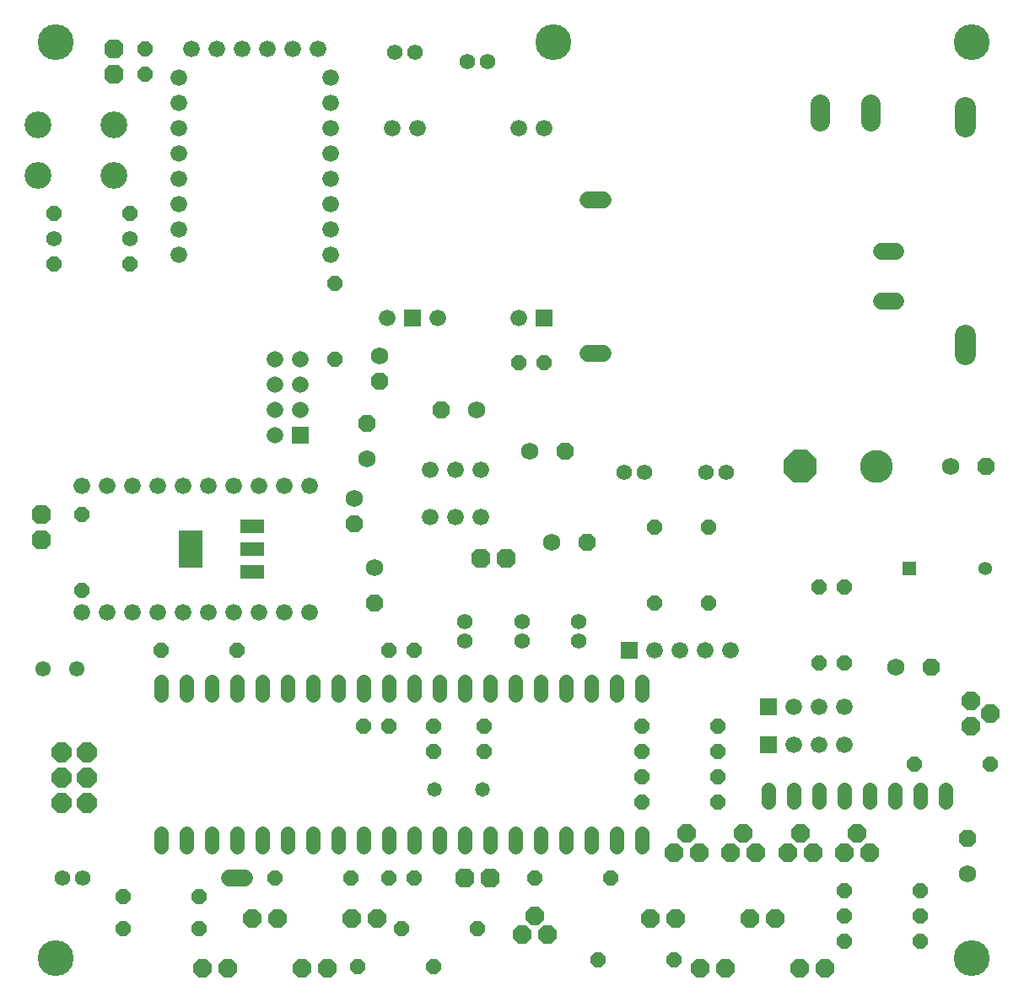
<source format=gbr>
G04 EAGLE Gerber RS-274X export*
G75*
%MOMM*%
%FSLAX34Y34*%
%LPD*%
%INSoldermask Top*%
%IPPOS*%
%AMOC8*
5,1,8,0,0,1.08239X$1,22.5*%
G01*
%ADD10C,3.600000*%
%ADD11C,3.552400*%
%ADD12C,1.660400*%
%ADD13P,2.199416X8X112.500000*%
%ADD14C,1.473200*%
%ADD15P,1.594577X8X202.500000*%
%ADD16P,1.979475X8X202.500000*%
%ADD17C,1.473200*%
%ADD18P,1.594577X8X292.500000*%
%ADD19P,1.594577X8X22.500000*%
%ADD20C,1.943100*%
%ADD21C,2.133600*%
%ADD22R,1.676400X1.676400*%
%ADD23C,1.676400*%
%ADD24P,1.979475X8X22.500000*%
%ADD25P,1.896997X8X202.500000*%
%ADD26C,1.752600*%
%ADD27R,2.387600X1.371600*%
%ADD28R,2.352400X3.752400*%
%ADD29P,1.896997X8X292.500000*%
%ADD30P,1.979475X8X292.500000*%
%ADD31R,1.360400X1.360400*%
%ADD32C,1.360400*%
%ADD33C,1.560400*%
%ADD34C,2.692400*%
%ADD35R,1.660400X1.660400*%
%ADD36C,1.660400*%
%ADD37C,1.574800*%
%ADD38C,1.552400*%
%ADD39C,1.676400*%
%ADD40P,1.594577X8X112.500000*%
%ADD41P,1.896997X8X22.500000*%
%ADD42P,1.896997X8X112.500000*%
%ADD43P,2.089446X8X22.500000*%
%ADD44P,2.089446X8X112.500000*%
%ADD45P,2.089446X8X292.500000*%
%ADD46P,3.574052X8X202.500000*%
%ADD47C,3.302000*%


D10*
X960000Y960000D03*
D11*
X960000Y960000D03*
D10*
X40000Y960000D03*
D11*
X40000Y960000D03*
D10*
X40000Y40000D03*
D11*
X40000Y40000D03*
D10*
X960000Y40000D03*
D11*
X960000Y40000D03*
D12*
X883774Y699408D02*
X868694Y699408D01*
X868694Y749408D02*
X883774Y749408D01*
X589774Y647408D02*
X574694Y647408D01*
X574694Y801408D02*
X589774Y801408D01*
D13*
X71700Y196200D03*
X46300Y196200D03*
X71700Y221600D03*
X46300Y221600D03*
X71700Y247000D03*
X46300Y247000D03*
D14*
X145916Y165312D02*
X145916Y152104D01*
X171316Y152104D02*
X171316Y165312D01*
X298316Y165312D02*
X298316Y152104D01*
X323716Y152104D02*
X323716Y165312D01*
X196716Y165312D02*
X196716Y152104D01*
X222116Y152104D02*
X222116Y165312D01*
X272916Y165312D02*
X272916Y152104D01*
X247516Y152104D02*
X247516Y165312D01*
X349116Y165312D02*
X349116Y152104D01*
X374516Y152104D02*
X374516Y165312D01*
X399916Y165312D02*
X399916Y152104D01*
X425316Y152104D02*
X425316Y165312D01*
X450716Y165312D02*
X450716Y152104D01*
X476116Y152104D02*
X476116Y165312D01*
X501516Y165312D02*
X501516Y152104D01*
X526916Y152104D02*
X526916Y165312D01*
X552316Y165312D02*
X552316Y152104D01*
X577716Y152104D02*
X577716Y165312D01*
X603116Y165312D02*
X603116Y152104D01*
X628516Y152104D02*
X628516Y165312D01*
X628516Y304504D02*
X628516Y317712D01*
X603116Y317712D02*
X603116Y304504D01*
X577716Y304504D02*
X577716Y317712D01*
X552316Y317712D02*
X552316Y304504D01*
X526916Y304504D02*
X526916Y317712D01*
X501516Y317712D02*
X501516Y304504D01*
X476116Y304504D02*
X476116Y317712D01*
X450716Y317712D02*
X450716Y304504D01*
X425316Y304504D02*
X425316Y317712D01*
X399916Y317712D02*
X399916Y304504D01*
X374516Y304504D02*
X374516Y317712D01*
X349116Y317712D02*
X349116Y304504D01*
X323716Y304504D02*
X323716Y317712D01*
X298316Y317712D02*
X298316Y304504D01*
X272916Y304504D02*
X272916Y317712D01*
X247516Y317712D02*
X247516Y304504D01*
X222116Y304504D02*
X222116Y317712D01*
X196716Y317712D02*
X196716Y304504D01*
X171316Y304504D02*
X171316Y317712D01*
X145916Y317712D02*
X145916Y304504D01*
D15*
X114282Y736584D03*
X38082Y736584D03*
D16*
X212700Y30000D03*
X187300Y30000D03*
X812700Y30000D03*
X787300Y30000D03*
D17*
X420370Y209550D03*
X468630Y209550D03*
D18*
X469900Y273050D03*
X469900Y247650D03*
X419100Y273050D03*
X419100Y247650D03*
X130175Y952500D03*
X130175Y927100D03*
D15*
X400050Y120650D03*
X374650Y120650D03*
D19*
X374650Y349250D03*
X400050Y349250D03*
D15*
X374650Y273050D03*
X349250Y273050D03*
D20*
X857900Y880147D02*
X857900Y898054D01*
X807100Y898054D02*
X807100Y880147D01*
D21*
X952900Y874994D02*
X952900Y894806D01*
X952900Y666206D02*
X952900Y646394D01*
D22*
X755650Y254000D03*
D23*
X781050Y254000D03*
X806450Y254000D03*
X831850Y254000D03*
D24*
X717550Y146050D03*
X730250Y165100D03*
X742950Y146050D03*
D15*
X704850Y222250D03*
X628650Y222250D03*
D19*
X107950Y69850D03*
X184150Y69850D03*
D15*
X908050Y57150D03*
X831850Y57150D03*
D16*
X712700Y30000D03*
X687300Y30000D03*
X312700Y30000D03*
X287300Y30000D03*
D24*
X660400Y146050D03*
X673100Y165100D03*
X685800Y146050D03*
D15*
X704850Y196850D03*
X628650Y196850D03*
X908050Y82550D03*
X831850Y82550D03*
X419100Y31750D03*
X342900Y31750D03*
D16*
X762700Y80000D03*
X737300Y80000D03*
X262700Y80000D03*
X237300Y80000D03*
D24*
X774700Y146050D03*
X787400Y165100D03*
X800100Y146050D03*
D15*
X704850Y247650D03*
X628650Y247650D03*
X908050Y107950D03*
X831850Y107950D03*
X336550Y120650D03*
X260350Y120650D03*
D16*
X662700Y80000D03*
X637300Y80000D03*
X362700Y80000D03*
X337300Y80000D03*
D24*
X831850Y146050D03*
X844550Y165100D03*
X857250Y146050D03*
D15*
X704850Y273050D03*
X628650Y273050D03*
D19*
X584200Y38100D03*
X660400Y38100D03*
D15*
X463550Y69850D03*
X387350Y69850D03*
D25*
X426720Y590550D03*
D26*
X462280Y590550D03*
D27*
X237363Y427736D03*
X237363Y450850D03*
X237363Y473964D03*
D28*
X175385Y450850D03*
D29*
X360045Y396240D03*
D26*
X360045Y431800D03*
D29*
X365125Y619125D03*
D26*
X365125Y644525D03*
D29*
X339725Y476250D03*
D26*
X339725Y501650D03*
D10*
X540000Y960000D03*
D11*
X540000Y960000D03*
D30*
X958850Y298450D03*
X977900Y285750D03*
X958850Y273050D03*
D15*
X977900Y234950D03*
X901700Y234950D03*
D31*
X897255Y431165D03*
D32*
X973455Y431165D03*
D24*
X508000Y63500D03*
X520700Y82550D03*
X533400Y63500D03*
D15*
X596900Y120650D03*
X520700Y120650D03*
D14*
X933450Y196596D02*
X933450Y209804D01*
X908050Y209804D02*
X908050Y196596D01*
X882650Y196596D02*
X882650Y209804D01*
X857250Y209804D02*
X857250Y196596D01*
X831850Y196596D02*
X831850Y209804D01*
X806450Y209804D02*
X806450Y196596D01*
X781050Y196596D02*
X781050Y209804D01*
X755650Y209804D02*
X755650Y196596D01*
D33*
X114300Y762000D03*
X38100Y762000D03*
D19*
X38100Y787400D03*
X114300Y787400D03*
D34*
X98425Y825500D03*
X22225Y825500D03*
X98425Y876300D03*
X22225Y876300D03*
D23*
X295275Y514350D03*
X269875Y514350D03*
X244475Y514350D03*
X219075Y514350D03*
X193675Y514350D03*
X168275Y514350D03*
X142875Y514350D03*
X117475Y514350D03*
X92075Y514350D03*
X66675Y514350D03*
X295275Y387350D03*
X269875Y387350D03*
X244475Y387350D03*
X219075Y387350D03*
X193675Y387350D03*
X168275Y387350D03*
X142875Y387350D03*
X117475Y387350D03*
X92075Y387350D03*
X66675Y387350D03*
D15*
X222250Y349250D03*
X146050Y349250D03*
D23*
X415925Y530225D03*
X441325Y530225D03*
X466725Y530225D03*
D35*
X285750Y565150D03*
D36*
X260350Y641350D03*
X260350Y615950D03*
X260350Y590550D03*
X260350Y565150D03*
X285750Y590550D03*
X285750Y615950D03*
X285750Y641350D03*
D22*
X755650Y292100D03*
D23*
X781050Y292100D03*
X806450Y292100D03*
X831850Y292100D03*
D37*
X67150Y120650D03*
X47150Y120650D03*
X712945Y527685D03*
X692945Y527685D03*
X631030Y527685D03*
X611030Y527685D03*
D19*
X107950Y101600D03*
X184150Y101600D03*
D18*
X695325Y473075D03*
X695325Y396875D03*
X641350Y473075D03*
X641350Y396875D03*
D37*
X565150Y358300D03*
X565150Y378300D03*
X508000Y358300D03*
X508000Y378300D03*
X450850Y358300D03*
X450850Y378300D03*
D22*
X615950Y349250D03*
D23*
X641350Y349250D03*
X666750Y349250D03*
X692150Y349250D03*
X717550Y349250D03*
D38*
X61450Y330200D03*
X27450Y330200D03*
D23*
X415925Y482600D03*
X441325Y482600D03*
X466725Y482600D03*
D39*
X229870Y120650D02*
X214630Y120650D01*
D23*
X163830Y923925D03*
X163830Y898525D03*
X163830Y873125D03*
X163830Y847725D03*
X163830Y822325D03*
X163830Y796925D03*
X163830Y771525D03*
X163830Y746125D03*
X316230Y746125D03*
X316230Y771525D03*
X316230Y796925D03*
X316230Y822325D03*
X316230Y847725D03*
X316230Y873125D03*
X316230Y898525D03*
X316230Y923925D03*
D40*
X320675Y641350D03*
X320675Y717550D03*
D23*
X176403Y952627D03*
X201803Y952627D03*
X227203Y952627D03*
X252603Y952627D03*
X278003Y952627D03*
X303403Y952627D03*
D41*
X573405Y457200D03*
D26*
X537845Y457200D03*
D42*
X352425Y576580D03*
D26*
X352425Y541020D03*
D41*
X551180Y549275D03*
D26*
X515620Y549275D03*
D42*
X955675Y160655D03*
D26*
X955675Y125095D03*
D41*
X918845Y332105D03*
D26*
X883285Y332105D03*
D41*
X974090Y534035D03*
D26*
X938530Y534035D03*
D40*
X66675Y409575D03*
X66675Y485775D03*
D43*
X98425Y952500D03*
X98425Y927100D03*
D44*
X450850Y120650D03*
X476250Y120650D03*
D43*
X25400Y485775D03*
X25400Y460375D03*
D45*
X492125Y441325D03*
X466725Y441325D03*
D18*
X806450Y412750D03*
X806450Y336550D03*
X831850Y412750D03*
X831850Y336550D03*
D23*
X372745Y682625D03*
D22*
X398145Y682625D03*
D23*
X423545Y682625D03*
X504825Y682625D03*
D22*
X530225Y682625D03*
D23*
X530225Y873125D03*
X504825Y873125D03*
X403225Y873125D03*
X377825Y873125D03*
D37*
X400525Y949325D03*
X380525Y949325D03*
X453550Y939800D03*
X473550Y939800D03*
D15*
X530225Y638175D03*
X504825Y638175D03*
D46*
X787400Y533400D03*
D47*
X863600Y533400D03*
M02*

</source>
